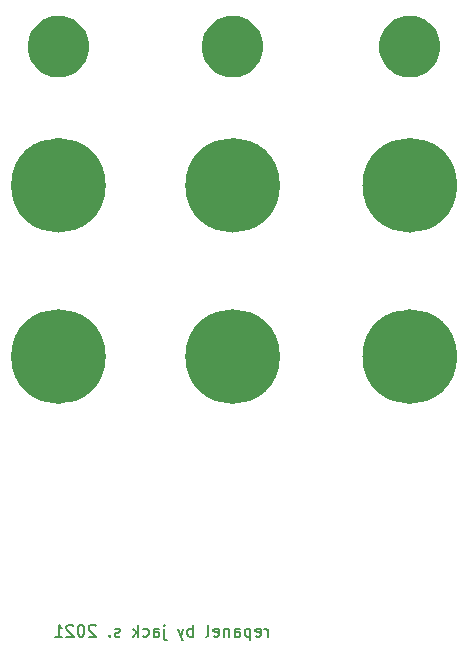
<source format=gbr>
G04 #@! TF.GenerationSoftware,KiCad,Pcbnew,(5.1.5-0)*
G04 #@! TF.CreationDate,2021-01-20T20:47:42-08:00*
G04 #@! TF.ProjectId,triad,74726961-642e-46b6-9963-61645f706362,rev?*
G04 #@! TF.SameCoordinates,Original*
G04 #@! TF.FileFunction,Soldermask,Bot*
G04 #@! TF.FilePolarity,Negative*
%FSLAX46Y46*%
G04 Gerber Fmt 4.6, Leading zero omitted, Abs format (unit mm)*
G04 Created by KiCad (PCBNEW (5.1.5-0)) date 2021-01-20 20:47:42*
%MOMM*%
%LPD*%
G04 APERTURE LIST*
%ADD10C,1.000000*%
%ADD11C,0.150000*%
%ADD12C,0.100000*%
G04 APERTURE END LIST*
D10*
X8500000Y-83250000D02*
G75*
G03X8500000Y-83250000I-3500000J0D01*
G01*
X38250000Y-83250000D02*
G75*
G03X38250000Y-83250000I-3500000J0D01*
G01*
D11*
X22726190Y-121452380D02*
X22726190Y-120785714D01*
X22726190Y-120976190D02*
X22678571Y-120880952D01*
X22630952Y-120833333D01*
X22535714Y-120785714D01*
X22440476Y-120785714D01*
X21726190Y-121404761D02*
X21821428Y-121452380D01*
X22011904Y-121452380D01*
X22107142Y-121404761D01*
X22154761Y-121309523D01*
X22154761Y-120928571D01*
X22107142Y-120833333D01*
X22011904Y-120785714D01*
X21821428Y-120785714D01*
X21726190Y-120833333D01*
X21678571Y-120928571D01*
X21678571Y-121023809D01*
X22154761Y-121119047D01*
X21250000Y-120785714D02*
X21250000Y-121785714D01*
X21250000Y-120833333D02*
X21154761Y-120785714D01*
X20964285Y-120785714D01*
X20869047Y-120833333D01*
X20821428Y-120880952D01*
X20773809Y-120976190D01*
X20773809Y-121261904D01*
X20821428Y-121357142D01*
X20869047Y-121404761D01*
X20964285Y-121452380D01*
X21154761Y-121452380D01*
X21250000Y-121404761D01*
X19916666Y-121452380D02*
X19916666Y-120928571D01*
X19964285Y-120833333D01*
X20059523Y-120785714D01*
X20250000Y-120785714D01*
X20345238Y-120833333D01*
X19916666Y-121404761D02*
X20011904Y-121452380D01*
X20250000Y-121452380D01*
X20345238Y-121404761D01*
X20392857Y-121309523D01*
X20392857Y-121214285D01*
X20345238Y-121119047D01*
X20250000Y-121071428D01*
X20011904Y-121071428D01*
X19916666Y-121023809D01*
X19440476Y-120785714D02*
X19440476Y-121452380D01*
X19440476Y-120880952D02*
X19392857Y-120833333D01*
X19297619Y-120785714D01*
X19154761Y-120785714D01*
X19059523Y-120833333D01*
X19011904Y-120928571D01*
X19011904Y-121452380D01*
X18154761Y-121404761D02*
X18250000Y-121452380D01*
X18440476Y-121452380D01*
X18535714Y-121404761D01*
X18583333Y-121309523D01*
X18583333Y-120928571D01*
X18535714Y-120833333D01*
X18440476Y-120785714D01*
X18250000Y-120785714D01*
X18154761Y-120833333D01*
X18107142Y-120928571D01*
X18107142Y-121023809D01*
X18583333Y-121119047D01*
X17535714Y-121452380D02*
X17630952Y-121404761D01*
X17678571Y-121309523D01*
X17678571Y-120452380D01*
X16392857Y-121452380D02*
X16392857Y-120452380D01*
X16392857Y-120833333D02*
X16297619Y-120785714D01*
X16107142Y-120785714D01*
X16011904Y-120833333D01*
X15964285Y-120880952D01*
X15916666Y-120976190D01*
X15916666Y-121261904D01*
X15964285Y-121357142D01*
X16011904Y-121404761D01*
X16107142Y-121452380D01*
X16297619Y-121452380D01*
X16392857Y-121404761D01*
X15583333Y-120785714D02*
X15345238Y-121452380D01*
X15107142Y-120785714D02*
X15345238Y-121452380D01*
X15440476Y-121690476D01*
X15488095Y-121738095D01*
X15583333Y-121785714D01*
X13964285Y-120785714D02*
X13964285Y-121642857D01*
X14011904Y-121738095D01*
X14107142Y-121785714D01*
X14154761Y-121785714D01*
X13964285Y-120452380D02*
X14011904Y-120500000D01*
X13964285Y-120547619D01*
X13916666Y-120500000D01*
X13964285Y-120452380D01*
X13964285Y-120547619D01*
X13059523Y-121452380D02*
X13059523Y-120928571D01*
X13107142Y-120833333D01*
X13202380Y-120785714D01*
X13392857Y-120785714D01*
X13488095Y-120833333D01*
X13059523Y-121404761D02*
X13154761Y-121452380D01*
X13392857Y-121452380D01*
X13488095Y-121404761D01*
X13535714Y-121309523D01*
X13535714Y-121214285D01*
X13488095Y-121119047D01*
X13392857Y-121071428D01*
X13154761Y-121071428D01*
X13059523Y-121023809D01*
X12154761Y-121404761D02*
X12250000Y-121452380D01*
X12440476Y-121452380D01*
X12535714Y-121404761D01*
X12583333Y-121357142D01*
X12630952Y-121261904D01*
X12630952Y-120976190D01*
X12583333Y-120880952D01*
X12535714Y-120833333D01*
X12440476Y-120785714D01*
X12250000Y-120785714D01*
X12154761Y-120833333D01*
X11726190Y-121452380D02*
X11726190Y-120452380D01*
X11630952Y-121071428D02*
X11345238Y-121452380D01*
X11345238Y-120785714D02*
X11726190Y-121166666D01*
X10202380Y-121404761D02*
X10107142Y-121452380D01*
X9916666Y-121452380D01*
X9821428Y-121404761D01*
X9773809Y-121309523D01*
X9773809Y-121261904D01*
X9821428Y-121166666D01*
X9916666Y-121119047D01*
X10059523Y-121119047D01*
X10154761Y-121071428D01*
X10202380Y-120976190D01*
X10202380Y-120928571D01*
X10154761Y-120833333D01*
X10059523Y-120785714D01*
X9916666Y-120785714D01*
X9821428Y-120833333D01*
X9345238Y-121357142D02*
X9297619Y-121404761D01*
X9345238Y-121452380D01*
X9392857Y-121404761D01*
X9345238Y-121357142D01*
X9345238Y-121452380D01*
X8154761Y-120547619D02*
X8107142Y-120500000D01*
X8011904Y-120452380D01*
X7773809Y-120452380D01*
X7678571Y-120500000D01*
X7630952Y-120547619D01*
X7583333Y-120642857D01*
X7583333Y-120738095D01*
X7630952Y-120880952D01*
X8202380Y-121452380D01*
X7583333Y-121452380D01*
X6964285Y-120452380D02*
X6869047Y-120452380D01*
X6773809Y-120500000D01*
X6726190Y-120547619D01*
X6678571Y-120642857D01*
X6630952Y-120833333D01*
X6630952Y-121071428D01*
X6678571Y-121261904D01*
X6726190Y-121357142D01*
X6773809Y-121404761D01*
X6869047Y-121452380D01*
X6964285Y-121452380D01*
X7059523Y-121404761D01*
X7107142Y-121357142D01*
X7154761Y-121261904D01*
X7202380Y-121071428D01*
X7202380Y-120833333D01*
X7154761Y-120642857D01*
X7107142Y-120547619D01*
X7059523Y-120500000D01*
X6964285Y-120452380D01*
X6250000Y-120547619D02*
X6202380Y-120500000D01*
X6107142Y-120452380D01*
X5869047Y-120452380D01*
X5773809Y-120500000D01*
X5726190Y-120547619D01*
X5678571Y-120642857D01*
X5678571Y-120738095D01*
X5726190Y-120880952D01*
X6297619Y-121452380D01*
X5678571Y-121452380D01*
X4726190Y-121452380D02*
X5297619Y-121452380D01*
X5011904Y-121452380D02*
X5011904Y-120452380D01*
X5107142Y-120595238D01*
X5202380Y-120690476D01*
X5297619Y-120738095D01*
D10*
X23250000Y-83250000D02*
G75*
G03X23250000Y-83250000I-3500000J0D01*
G01*
X8500000Y-97750000D02*
G75*
G03X8500000Y-97750000I-3500000J0D01*
G01*
X23250000Y-97750000D02*
G75*
G03X23250000Y-97750000I-3500000J0D01*
G01*
X38250000Y-97750000D02*
G75*
G03X38250000Y-97750000I-3500000J0D01*
G01*
D12*
G36*
X35354975Y-94708585D02*
G01*
X35654528Y-94768170D01*
X36218874Y-95001930D01*
X36726772Y-95341296D01*
X37158704Y-95773228D01*
X37498070Y-96281126D01*
X37731830Y-96845472D01*
X37851000Y-97444578D01*
X37851000Y-98055422D01*
X37731830Y-98654528D01*
X37498070Y-99218874D01*
X37158704Y-99726772D01*
X36726772Y-100158704D01*
X36218874Y-100498070D01*
X35654528Y-100731830D01*
X35354975Y-100791415D01*
X35055423Y-100851000D01*
X34444577Y-100851000D01*
X34145025Y-100791415D01*
X33845472Y-100731830D01*
X33281126Y-100498070D01*
X32773228Y-100158704D01*
X32341296Y-99726772D01*
X32001930Y-99218874D01*
X31768170Y-98654528D01*
X31649000Y-98055422D01*
X31649000Y-97444578D01*
X31768170Y-96845472D01*
X32001930Y-96281126D01*
X32341296Y-95773228D01*
X32773228Y-95341296D01*
X33281126Y-95001930D01*
X33845472Y-94768170D01*
X34145025Y-94708585D01*
X34444577Y-94649000D01*
X35055423Y-94649000D01*
X35354975Y-94708585D01*
G37*
G36*
X20354975Y-94708585D02*
G01*
X20654528Y-94768170D01*
X21218874Y-95001930D01*
X21726772Y-95341296D01*
X22158704Y-95773228D01*
X22498070Y-96281126D01*
X22731830Y-96845472D01*
X22851000Y-97444578D01*
X22851000Y-98055422D01*
X22731830Y-98654528D01*
X22498070Y-99218874D01*
X22158704Y-99726772D01*
X21726772Y-100158704D01*
X21218874Y-100498070D01*
X20654528Y-100731830D01*
X20354975Y-100791415D01*
X20055423Y-100851000D01*
X19444577Y-100851000D01*
X19145025Y-100791415D01*
X18845472Y-100731830D01*
X18281126Y-100498070D01*
X17773228Y-100158704D01*
X17341296Y-99726772D01*
X17001930Y-99218874D01*
X16768170Y-98654528D01*
X16649000Y-98055422D01*
X16649000Y-97444578D01*
X16768170Y-96845472D01*
X17001930Y-96281126D01*
X17341296Y-95773228D01*
X17773228Y-95341296D01*
X18281126Y-95001930D01*
X18845472Y-94768170D01*
X19145025Y-94708585D01*
X19444577Y-94649000D01*
X20055423Y-94649000D01*
X20354975Y-94708585D01*
G37*
G36*
X5604975Y-94708585D02*
G01*
X5904528Y-94768170D01*
X6468874Y-95001930D01*
X6976772Y-95341296D01*
X7408704Y-95773228D01*
X7748070Y-96281126D01*
X7981830Y-96845472D01*
X8101000Y-97444578D01*
X8101000Y-98055422D01*
X7981830Y-98654528D01*
X7748070Y-99218874D01*
X7408704Y-99726772D01*
X6976772Y-100158704D01*
X6468874Y-100498070D01*
X5904528Y-100731830D01*
X5604975Y-100791415D01*
X5305423Y-100851000D01*
X4694577Y-100851000D01*
X4395025Y-100791415D01*
X4095472Y-100731830D01*
X3531126Y-100498070D01*
X3023228Y-100158704D01*
X2591296Y-99726772D01*
X2251930Y-99218874D01*
X2018170Y-98654528D01*
X1899000Y-98055422D01*
X1899000Y-97444578D01*
X2018170Y-96845472D01*
X2251930Y-96281126D01*
X2591296Y-95773228D01*
X3023228Y-95341296D01*
X3531126Y-95001930D01*
X4095472Y-94768170D01*
X4395025Y-94708585D01*
X4694577Y-94649000D01*
X5305423Y-94649000D01*
X5604975Y-94708585D01*
G37*
G36*
X35354975Y-80208585D02*
G01*
X35654528Y-80268170D01*
X36218874Y-80501930D01*
X36726772Y-80841296D01*
X37158704Y-81273228D01*
X37498070Y-81781126D01*
X37731830Y-82345472D01*
X37851000Y-82944578D01*
X37851000Y-83555422D01*
X37731830Y-84154528D01*
X37498070Y-84718874D01*
X37158704Y-85226772D01*
X36726772Y-85658704D01*
X36218874Y-85998070D01*
X35654528Y-86231830D01*
X35354975Y-86291415D01*
X35055423Y-86351000D01*
X34444577Y-86351000D01*
X34145025Y-86291415D01*
X33845472Y-86231830D01*
X33281126Y-85998070D01*
X32773228Y-85658704D01*
X32341296Y-85226772D01*
X32001930Y-84718874D01*
X31768170Y-84154528D01*
X31649000Y-83555422D01*
X31649000Y-82944578D01*
X31768170Y-82345472D01*
X32001930Y-81781126D01*
X32341296Y-81273228D01*
X32773228Y-80841296D01*
X33281126Y-80501930D01*
X33845472Y-80268170D01*
X34145025Y-80208585D01*
X34444577Y-80149000D01*
X35055423Y-80149000D01*
X35354975Y-80208585D01*
G37*
G36*
X20354975Y-80208585D02*
G01*
X20654528Y-80268170D01*
X21218874Y-80501930D01*
X21726772Y-80841296D01*
X22158704Y-81273228D01*
X22498070Y-81781126D01*
X22731830Y-82345472D01*
X22851000Y-82944578D01*
X22851000Y-83555422D01*
X22731830Y-84154528D01*
X22498070Y-84718874D01*
X22158704Y-85226772D01*
X21726772Y-85658704D01*
X21218874Y-85998070D01*
X20654528Y-86231830D01*
X20354975Y-86291415D01*
X20055423Y-86351000D01*
X19444577Y-86351000D01*
X19145025Y-86291415D01*
X18845472Y-86231830D01*
X18281126Y-85998070D01*
X17773228Y-85658704D01*
X17341296Y-85226772D01*
X17001930Y-84718874D01*
X16768170Y-84154528D01*
X16649000Y-83555422D01*
X16649000Y-82944578D01*
X16768170Y-82345472D01*
X17001930Y-81781126D01*
X17341296Y-81273228D01*
X17773228Y-80841296D01*
X18281126Y-80501930D01*
X18845472Y-80268170D01*
X19145025Y-80208585D01*
X19444577Y-80149000D01*
X20055423Y-80149000D01*
X20354975Y-80208585D01*
G37*
G36*
X5604975Y-80208585D02*
G01*
X5904528Y-80268170D01*
X6468874Y-80501930D01*
X6976772Y-80841296D01*
X7408704Y-81273228D01*
X7748070Y-81781126D01*
X7981830Y-82345472D01*
X8101000Y-82944578D01*
X8101000Y-83555422D01*
X7981830Y-84154528D01*
X7748070Y-84718874D01*
X7408704Y-85226772D01*
X6976772Y-85658704D01*
X6468874Y-85998070D01*
X5904528Y-86231830D01*
X5604975Y-86291415D01*
X5305423Y-86351000D01*
X4694577Y-86351000D01*
X4395025Y-86291415D01*
X4095472Y-86231830D01*
X3531126Y-85998070D01*
X3023228Y-85658704D01*
X2591296Y-85226772D01*
X2251930Y-84718874D01*
X2018170Y-84154528D01*
X1899000Y-83555422D01*
X1899000Y-82944578D01*
X2018170Y-82345472D01*
X2251930Y-81781126D01*
X2591296Y-81273228D01*
X3023228Y-80841296D01*
X3531126Y-80501930D01*
X4095472Y-80268170D01*
X4395025Y-80208585D01*
X4694577Y-80149000D01*
X5305423Y-80149000D01*
X5604975Y-80208585D01*
G37*
G36*
X35257430Y-68948978D02*
G01*
X35508684Y-68998955D01*
X35704752Y-69080169D01*
X35982034Y-69195023D01*
X35982035Y-69195024D01*
X36408041Y-69479671D01*
X36770329Y-69841959D01*
X36960524Y-70126607D01*
X37054977Y-70267966D01*
X37251045Y-70741317D01*
X37351000Y-71243823D01*
X37351000Y-71756177D01*
X37251045Y-72258683D01*
X37054977Y-72732034D01*
X37054976Y-72732035D01*
X36770329Y-73158041D01*
X36408041Y-73520329D01*
X36123393Y-73710524D01*
X35982034Y-73804977D01*
X35704752Y-73919831D01*
X35508684Y-74001045D01*
X35257430Y-74051023D01*
X35006177Y-74101000D01*
X34493823Y-74101000D01*
X34242570Y-74051023D01*
X33991316Y-74001045D01*
X33795248Y-73919831D01*
X33517966Y-73804977D01*
X33376607Y-73710524D01*
X33091959Y-73520329D01*
X32729671Y-73158041D01*
X32445024Y-72732035D01*
X32445023Y-72732034D01*
X32248955Y-72258683D01*
X32149000Y-71756177D01*
X32149000Y-71243823D01*
X32248955Y-70741317D01*
X32445023Y-70267966D01*
X32539476Y-70126607D01*
X32729671Y-69841959D01*
X33091959Y-69479671D01*
X33517965Y-69195024D01*
X33517966Y-69195023D01*
X33795248Y-69080169D01*
X33991316Y-68998955D01*
X34242570Y-68948978D01*
X34493823Y-68899000D01*
X35006177Y-68899000D01*
X35257430Y-68948978D01*
G37*
G36*
X20257430Y-68948978D02*
G01*
X20508684Y-68998955D01*
X20704752Y-69080169D01*
X20982034Y-69195023D01*
X20982035Y-69195024D01*
X21408041Y-69479671D01*
X21770329Y-69841959D01*
X21960524Y-70126607D01*
X22054977Y-70267966D01*
X22251045Y-70741317D01*
X22351000Y-71243823D01*
X22351000Y-71756177D01*
X22251045Y-72258683D01*
X22054977Y-72732034D01*
X22054976Y-72732035D01*
X21770329Y-73158041D01*
X21408041Y-73520329D01*
X21123393Y-73710524D01*
X20982034Y-73804977D01*
X20704752Y-73919831D01*
X20508684Y-74001045D01*
X20257430Y-74051023D01*
X20006177Y-74101000D01*
X19493823Y-74101000D01*
X19242570Y-74051023D01*
X18991316Y-74001045D01*
X18795248Y-73919831D01*
X18517966Y-73804977D01*
X18376607Y-73710524D01*
X18091959Y-73520329D01*
X17729671Y-73158041D01*
X17445024Y-72732035D01*
X17445023Y-72732034D01*
X17248955Y-72258683D01*
X17149000Y-71756177D01*
X17149000Y-71243823D01*
X17248955Y-70741317D01*
X17445023Y-70267966D01*
X17539476Y-70126607D01*
X17729671Y-69841959D01*
X18091959Y-69479671D01*
X18517965Y-69195024D01*
X18517966Y-69195023D01*
X18795248Y-69080169D01*
X18991316Y-68998955D01*
X19242570Y-68948978D01*
X19493823Y-68899000D01*
X20006177Y-68899000D01*
X20257430Y-68948978D01*
G37*
G36*
X5507430Y-68948978D02*
G01*
X5758684Y-68998955D01*
X5954752Y-69080169D01*
X6232034Y-69195023D01*
X6232035Y-69195024D01*
X6658041Y-69479671D01*
X7020329Y-69841959D01*
X7210524Y-70126607D01*
X7304977Y-70267966D01*
X7501045Y-70741317D01*
X7601000Y-71243823D01*
X7601000Y-71756177D01*
X7501045Y-72258683D01*
X7304977Y-72732034D01*
X7304976Y-72732035D01*
X7020329Y-73158041D01*
X6658041Y-73520329D01*
X6373393Y-73710524D01*
X6232034Y-73804977D01*
X5954752Y-73919831D01*
X5758684Y-74001045D01*
X5507430Y-74051023D01*
X5256177Y-74101000D01*
X4743823Y-74101000D01*
X4492570Y-74051023D01*
X4241316Y-74001045D01*
X4045248Y-73919831D01*
X3767966Y-73804977D01*
X3626607Y-73710524D01*
X3341959Y-73520329D01*
X2979671Y-73158041D01*
X2695024Y-72732035D01*
X2695023Y-72732034D01*
X2498955Y-72258683D01*
X2399000Y-71756177D01*
X2399000Y-71243823D01*
X2498955Y-70741317D01*
X2695023Y-70267966D01*
X2789476Y-70126607D01*
X2979671Y-69841959D01*
X3341959Y-69479671D01*
X3767965Y-69195024D01*
X3767966Y-69195023D01*
X4045248Y-69080169D01*
X4241316Y-68998955D01*
X4492570Y-68948978D01*
X4743823Y-68899000D01*
X5256177Y-68899000D01*
X5507430Y-68948978D01*
G37*
M02*

</source>
